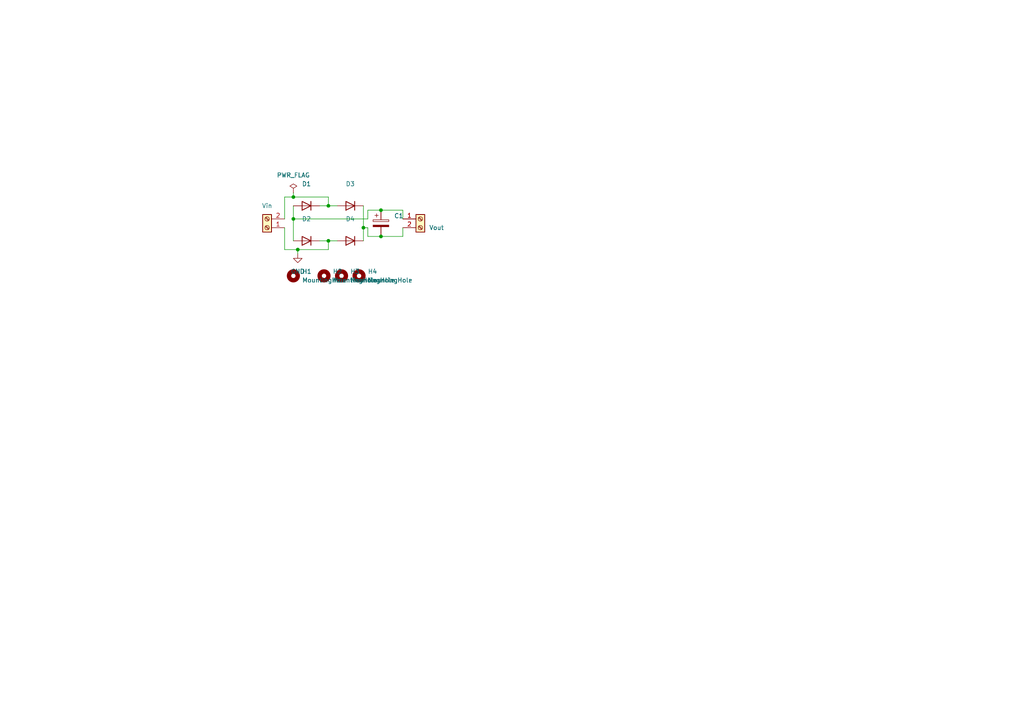
<source format=kicad_sch>
(kicad_sch
	(version 20231120)
	(generator "eeschema")
	(generator_version "8.0")
	(uuid "a45a7677-9373-4ca1-8a9d-918e4145882d")
	(paper "A4")
	(lib_symbols
		(symbol "Connector:Screw_Terminal_01x02"
			(pin_names
				(offset 1.016) hide)
			(exclude_from_sim no)
			(in_bom yes)
			(on_board yes)
			(property "Reference" "J"
				(at 0 2.54 0)
				(effects
					(font
						(size 1.27 1.27)
					)
				)
			)
			(property "Value" "Screw_Terminal_01x02"
				(at 0 -5.08 0)
				(effects
					(font
						(size 1.27 1.27)
					)
				)
			)
			(property "Footprint" ""
				(at 0 0 0)
				(effects
					(font
						(size 1.27 1.27)
					)
					(hide yes)
				)
			)
			(property "Datasheet" "~"
				(at 0 0 0)
				(effects
					(font
						(size 1.27 1.27)
					)
					(hide yes)
				)
			)
			(property "Description" "Generic screw terminal, single row, 01x02, script generated (kicad-library-utils/schlib/autogen/connector/)"
				(at 0 0 0)
				(effects
					(font
						(size 1.27 1.27)
					)
					(hide yes)
				)
			)
			(property "ki_keywords" "screw terminal"
				(at 0 0 0)
				(effects
					(font
						(size 1.27 1.27)
					)
					(hide yes)
				)
			)
			(property "ki_fp_filters" "TerminalBlock*:*"
				(at 0 0 0)
				(effects
					(font
						(size 1.27 1.27)
					)
					(hide yes)
				)
			)
			(symbol "Screw_Terminal_01x02_1_1"
				(rectangle
					(start -1.27 1.27)
					(end 1.27 -3.81)
					(stroke
						(width 0.254)
						(type default)
					)
					(fill
						(type background)
					)
				)
				(circle
					(center 0 -2.54)
					(radius 0.635)
					(stroke
						(width 0.1524)
						(type default)
					)
					(fill
						(type none)
					)
				)
				(polyline
					(pts
						(xy -0.5334 -2.2098) (xy 0.3302 -3.048)
					)
					(stroke
						(width 0.1524)
						(type default)
					)
					(fill
						(type none)
					)
				)
				(polyline
					(pts
						(xy -0.5334 0.3302) (xy 0.3302 -0.508)
					)
					(stroke
						(width 0.1524)
						(type default)
					)
					(fill
						(type none)
					)
				)
				(polyline
					(pts
						(xy -0.3556 -2.032) (xy 0.508 -2.8702)
					)
					(stroke
						(width 0.1524)
						(type default)
					)
					(fill
						(type none)
					)
				)
				(polyline
					(pts
						(xy -0.3556 0.508) (xy 0.508 -0.3302)
					)
					(stroke
						(width 0.1524)
						(type default)
					)
					(fill
						(type none)
					)
				)
				(circle
					(center 0 0)
					(radius 0.635)
					(stroke
						(width 0.1524)
						(type default)
					)
					(fill
						(type none)
					)
				)
				(pin passive line
					(at -5.08 0 0)
					(length 3.81)
					(name "Pin_1"
						(effects
							(font
								(size 1.27 1.27)
							)
						)
					)
					(number "1"
						(effects
							(font
								(size 1.27 1.27)
							)
						)
					)
				)
				(pin passive line
					(at -5.08 -2.54 0)
					(length 3.81)
					(name "Pin_2"
						(effects
							(font
								(size 1.27 1.27)
							)
						)
					)
					(number "2"
						(effects
							(font
								(size 1.27 1.27)
							)
						)
					)
				)
			)
		)
		(symbol "Device:C_Polarized"
			(pin_numbers hide)
			(pin_names
				(offset 0.254)
			)
			(exclude_from_sim no)
			(in_bom yes)
			(on_board yes)
			(property "Reference" "C"
				(at 0.635 2.54 0)
				(effects
					(font
						(size 1.27 1.27)
					)
					(justify left)
				)
			)
			(property "Value" "C_Polarized"
				(at 0.635 -2.54 0)
				(effects
					(font
						(size 1.27 1.27)
					)
					(justify left)
				)
			)
			(property "Footprint" ""
				(at 0.9652 -3.81 0)
				(effects
					(font
						(size 1.27 1.27)
					)
					(hide yes)
				)
			)
			(property "Datasheet" "~"
				(at 0 0 0)
				(effects
					(font
						(size 1.27 1.27)
					)
					(hide yes)
				)
			)
			(property "Description" "Polarized capacitor"
				(at 0 0 0)
				(effects
					(font
						(size 1.27 1.27)
					)
					(hide yes)
				)
			)
			(property "ki_keywords" "cap capacitor"
				(at 0 0 0)
				(effects
					(font
						(size 1.27 1.27)
					)
					(hide yes)
				)
			)
			(property "ki_fp_filters" "CP_*"
				(at 0 0 0)
				(effects
					(font
						(size 1.27 1.27)
					)
					(hide yes)
				)
			)
			(symbol "C_Polarized_0_1"
				(rectangle
					(start -2.286 0.508)
					(end 2.286 1.016)
					(stroke
						(width 0)
						(type default)
					)
					(fill
						(type none)
					)
				)
				(polyline
					(pts
						(xy -1.778 2.286) (xy -0.762 2.286)
					)
					(stroke
						(width 0)
						(type default)
					)
					(fill
						(type none)
					)
				)
				(polyline
					(pts
						(xy -1.27 2.794) (xy -1.27 1.778)
					)
					(stroke
						(width 0)
						(type default)
					)
					(fill
						(type none)
					)
				)
				(rectangle
					(start 2.286 -0.508)
					(end -2.286 -1.016)
					(stroke
						(width 0)
						(type default)
					)
					(fill
						(type outline)
					)
				)
			)
			(symbol "C_Polarized_1_1"
				(pin passive line
					(at 0 3.81 270)
					(length 2.794)
					(name "~"
						(effects
							(font
								(size 1.27 1.27)
							)
						)
					)
					(number "1"
						(effects
							(font
								(size 1.27 1.27)
							)
						)
					)
				)
				(pin passive line
					(at 0 -3.81 90)
					(length 2.794)
					(name "~"
						(effects
							(font
								(size 1.27 1.27)
							)
						)
					)
					(number "2"
						(effects
							(font
								(size 1.27 1.27)
							)
						)
					)
				)
			)
		)
		(symbol "Device:D"
			(pin_numbers hide)
			(pin_names
				(offset 1.016) hide)
			(exclude_from_sim no)
			(in_bom yes)
			(on_board yes)
			(property "Reference" "D"
				(at 0 2.54 0)
				(effects
					(font
						(size 1.27 1.27)
					)
				)
			)
			(property "Value" "D"
				(at 0 -2.54 0)
				(effects
					(font
						(size 1.27 1.27)
					)
				)
			)
			(property "Footprint" ""
				(at 0 0 0)
				(effects
					(font
						(size 1.27 1.27)
					)
					(hide yes)
				)
			)
			(property "Datasheet" "~"
				(at 0 0 0)
				(effects
					(font
						(size 1.27 1.27)
					)
					(hide yes)
				)
			)
			(property "Description" "Diode"
				(at 0 0 0)
				(effects
					(font
						(size 1.27 1.27)
					)
					(hide yes)
				)
			)
			(property "Sim.Device" "D"
				(at 0 0 0)
				(effects
					(font
						(size 1.27 1.27)
					)
					(hide yes)
				)
			)
			(property "Sim.Pins" "1=K 2=A"
				(at 0 0 0)
				(effects
					(font
						(size 1.27 1.27)
					)
					(hide yes)
				)
			)
			(property "ki_keywords" "diode"
				(at 0 0 0)
				(effects
					(font
						(size 1.27 1.27)
					)
					(hide yes)
				)
			)
			(property "ki_fp_filters" "TO-???* *_Diode_* *SingleDiode* D_*"
				(at 0 0 0)
				(effects
					(font
						(size 1.27 1.27)
					)
					(hide yes)
				)
			)
			(symbol "D_0_1"
				(polyline
					(pts
						(xy -1.27 1.27) (xy -1.27 -1.27)
					)
					(stroke
						(width 0.254)
						(type default)
					)
					(fill
						(type none)
					)
				)
				(polyline
					(pts
						(xy 1.27 0) (xy -1.27 0)
					)
					(stroke
						(width 0)
						(type default)
					)
					(fill
						(type none)
					)
				)
				(polyline
					(pts
						(xy 1.27 1.27) (xy 1.27 -1.27) (xy -1.27 0) (xy 1.27 1.27)
					)
					(stroke
						(width 0.254)
						(type default)
					)
					(fill
						(type none)
					)
				)
			)
			(symbol "D_1_1"
				(pin passive line
					(at -3.81 0 0)
					(length 2.54)
					(name "K"
						(effects
							(font
								(size 1.27 1.27)
							)
						)
					)
					(number "1"
						(effects
							(font
								(size 1.27 1.27)
							)
						)
					)
				)
				(pin passive line
					(at 3.81 0 180)
					(length 2.54)
					(name "A"
						(effects
							(font
								(size 1.27 1.27)
							)
						)
					)
					(number "2"
						(effects
							(font
								(size 1.27 1.27)
							)
						)
					)
				)
			)
		)
		(symbol "Mechanical:MountingHole"
			(pin_names
				(offset 1.016)
			)
			(exclude_from_sim yes)
			(in_bom no)
			(on_board yes)
			(property "Reference" "H"
				(at 0 5.08 0)
				(effects
					(font
						(size 1.27 1.27)
					)
				)
			)
			(property "Value" "MountingHole"
				(at 0 3.175 0)
				(effects
					(font
						(size 1.27 1.27)
					)
				)
			)
			(property "Footprint" ""
				(at 0 0 0)
				(effects
					(font
						(size 1.27 1.27)
					)
					(hide yes)
				)
			)
			(property "Datasheet" "~"
				(at 0 0 0)
				(effects
					(font
						(size 1.27 1.27)
					)
					(hide yes)
				)
			)
			(property "Description" "Mounting Hole without connection"
				(at 0 0 0)
				(effects
					(font
						(size 1.27 1.27)
					)
					(hide yes)
				)
			)
			(property "ki_keywords" "mounting hole"
				(at 0 0 0)
				(effects
					(font
						(size 1.27 1.27)
					)
					(hide yes)
				)
			)
			(property "ki_fp_filters" "MountingHole*"
				(at 0 0 0)
				(effects
					(font
						(size 1.27 1.27)
					)
					(hide yes)
				)
			)
			(symbol "MountingHole_0_1"
				(circle
					(center 0 0)
					(radius 1.27)
					(stroke
						(width 1.27)
						(type default)
					)
					(fill
						(type none)
					)
				)
			)
		)
		(symbol "power:GND"
			(power)
			(pin_numbers hide)
			(pin_names
				(offset 0) hide)
			(exclude_from_sim no)
			(in_bom yes)
			(on_board yes)
			(property "Reference" "#PWR"
				(at 0 -6.35 0)
				(effects
					(font
						(size 1.27 1.27)
					)
					(hide yes)
				)
			)
			(property "Value" "GND"
				(at 0 -3.81 0)
				(effects
					(font
						(size 1.27 1.27)
					)
				)
			)
			(property "Footprint" ""
				(at 0 0 0)
				(effects
					(font
						(size 1.27 1.27)
					)
					(hide yes)
				)
			)
			(property "Datasheet" ""
				(at 0 0 0)
				(effects
					(font
						(size 1.27 1.27)
					)
					(hide yes)
				)
			)
			(property "Description" "Power symbol creates a global label with name \"GND\" , ground"
				(at 0 0 0)
				(effects
					(font
						(size 1.27 1.27)
					)
					(hide yes)
				)
			)
			(property "ki_keywords" "global power"
				(at 0 0 0)
				(effects
					(font
						(size 1.27 1.27)
					)
					(hide yes)
				)
			)
			(symbol "GND_0_1"
				(polyline
					(pts
						(xy 0 0) (xy 0 -1.27) (xy 1.27 -1.27) (xy 0 -2.54) (xy -1.27 -1.27) (xy 0 -1.27)
					)
					(stroke
						(width 0)
						(type default)
					)
					(fill
						(type none)
					)
				)
			)
			(symbol "GND_1_1"
				(pin power_in line
					(at 0 0 270)
					(length 0)
					(name "~"
						(effects
							(font
								(size 1.27 1.27)
							)
						)
					)
					(number "1"
						(effects
							(font
								(size 1.27 1.27)
							)
						)
					)
				)
			)
		)
		(symbol "power:PWR_FLAG"
			(power)
			(pin_numbers hide)
			(pin_names
				(offset 0) hide)
			(exclude_from_sim no)
			(in_bom yes)
			(on_board yes)
			(property "Reference" "#FLG"
				(at 0 1.905 0)
				(effects
					(font
						(size 1.27 1.27)
					)
					(hide yes)
				)
			)
			(property "Value" "PWR_FLAG"
				(at 0 3.81 0)
				(effects
					(font
						(size 1.27 1.27)
					)
				)
			)
			(property "Footprint" ""
				(at 0 0 0)
				(effects
					(font
						(size 1.27 1.27)
					)
					(hide yes)
				)
			)
			(property "Datasheet" "~"
				(at 0 0 0)
				(effects
					(font
						(size 1.27 1.27)
					)
					(hide yes)
				)
			)
			(property "Description" "Special symbol for telling ERC where power comes from"
				(at 0 0 0)
				(effects
					(font
						(size 1.27 1.27)
					)
					(hide yes)
				)
			)
			(property "ki_keywords" "flag power"
				(at 0 0 0)
				(effects
					(font
						(size 1.27 1.27)
					)
					(hide yes)
				)
			)
			(symbol "PWR_FLAG_0_0"
				(pin power_out line
					(at 0 0 90)
					(length 0)
					(name "~"
						(effects
							(font
								(size 1.27 1.27)
							)
						)
					)
					(number "1"
						(effects
							(font
								(size 1.27 1.27)
							)
						)
					)
				)
			)
			(symbol "PWR_FLAG_0_1"
				(polyline
					(pts
						(xy 0 0) (xy 0 1.27) (xy -1.016 1.905) (xy 0 2.54) (xy 1.016 1.905) (xy 0 1.27)
					)
					(stroke
						(width 0)
						(type default)
					)
					(fill
						(type none)
					)
				)
			)
		)
	)
	(junction
		(at 110.49 60.96)
		(diameter 0)
		(color 0 0 0 0)
		(uuid "1b7a2253-d0ec-45bf-bfaf-6c3530a73fd9")
	)
	(junction
		(at 110.49 68.58)
		(diameter 0)
		(color 0 0 0 0)
		(uuid "23e94059-7651-4285-a67d-397f9b10593f")
	)
	(junction
		(at 105.41 66.04)
		(diameter 0)
		(color 0 0 0 0)
		(uuid "2b3c5152-9ab1-4e37-bba8-e207c508431e")
	)
	(junction
		(at 95.25 59.69)
		(diameter 0)
		(color 0 0 0 0)
		(uuid "5285013e-356a-43a6-8423-6b9cf0bdbd7f")
	)
	(junction
		(at 85.09 63.5)
		(diameter 0)
		(color 0 0 0 0)
		(uuid "b12b16ae-0db6-4163-ab2c-5adb7f9ec7fc")
	)
	(junction
		(at 85.09 57.15)
		(diameter 0)
		(color 0 0 0 0)
		(uuid "c364faaa-41f7-4330-a1d9-9fc5e1a539eb")
	)
	(junction
		(at 95.25 69.85)
		(diameter 0)
		(color 0 0 0 0)
		(uuid "cd761a02-bf30-4354-8fa7-8c48a974be85")
	)
	(junction
		(at 86.36 72.39)
		(diameter 0)
		(color 0 0 0 0)
		(uuid "e8e7787e-6ce1-4905-9431-e4cbf3d1ca41")
	)
	(wire
		(pts
			(xy 85.09 59.69) (xy 85.09 63.5)
		)
		(stroke
			(width 0)
			(type default)
		)
		(uuid "009b95c8-5a4d-4759-bca3-fd05e56e8028")
	)
	(wire
		(pts
			(xy 82.55 66.04) (xy 82.55 72.39)
		)
		(stroke
			(width 0)
			(type default)
		)
		(uuid "01152015-cee8-4eb7-a06c-fb5c8597c467")
	)
	(wire
		(pts
			(xy 116.84 68.58) (xy 110.49 68.58)
		)
		(stroke
			(width 0)
			(type default)
		)
		(uuid "06ac5081-cf11-49f7-b30b-bf99248fbd53")
	)
	(wire
		(pts
			(xy 95.25 59.69) (xy 97.79 59.69)
		)
		(stroke
			(width 0)
			(type default)
		)
		(uuid "08430a1f-c65d-4e6b-84db-7e594af2d7f9")
	)
	(wire
		(pts
			(xy 86.36 72.39) (xy 95.25 72.39)
		)
		(stroke
			(width 0)
			(type default)
		)
		(uuid "0a8a81d9-a01e-4386-a293-b6509c12ad15")
	)
	(wire
		(pts
			(xy 95.25 57.15) (xy 95.25 59.69)
		)
		(stroke
			(width 0)
			(type default)
		)
		(uuid "0cef9501-85be-42a6-ab16-80800e019d16")
	)
	(wire
		(pts
			(xy 92.71 69.85) (xy 95.25 69.85)
		)
		(stroke
			(width 0)
			(type default)
		)
		(uuid "14278ea7-186b-417d-a932-01961a70139f")
	)
	(wire
		(pts
			(xy 82.55 57.15) (xy 85.09 57.15)
		)
		(stroke
			(width 0)
			(type default)
		)
		(uuid "14bacbc4-d6e1-4a67-95d5-c6d43f13c2db")
	)
	(wire
		(pts
			(xy 110.49 60.96) (xy 106.68 60.96)
		)
		(stroke
			(width 0)
			(type default)
		)
		(uuid "18dc5251-57a2-48e1-9cb4-0f448be1f663")
	)
	(wire
		(pts
			(xy 106.68 68.58) (xy 106.68 66.04)
		)
		(stroke
			(width 0)
			(type default)
		)
		(uuid "19ca1995-ce50-48e1-bf75-7d9657948daf")
	)
	(wire
		(pts
			(xy 110.49 68.58) (xy 106.68 68.58)
		)
		(stroke
			(width 0)
			(type default)
		)
		(uuid "2708d413-9282-4ae4-9863-c7e76681aa87")
	)
	(wire
		(pts
			(xy 105.41 59.69) (xy 105.41 66.04)
		)
		(stroke
			(width 0)
			(type default)
		)
		(uuid "2e2b46f8-2568-497e-8301-27d56145ebe9")
	)
	(wire
		(pts
			(xy 116.84 66.04) (xy 116.84 68.58)
		)
		(stroke
			(width 0)
			(type default)
		)
		(uuid "316c60bf-c699-43b4-8d69-a8405ec55b52")
	)
	(wire
		(pts
			(xy 85.09 63.5) (xy 85.09 69.85)
		)
		(stroke
			(width 0)
			(type default)
		)
		(uuid "52b1f6d1-50f6-44ca-b29c-b3b3d8ab0276")
	)
	(wire
		(pts
			(xy 106.68 60.96) (xy 106.68 63.5)
		)
		(stroke
			(width 0)
			(type default)
		)
		(uuid "5ec97ab5-1238-46c3-a7ac-dccd6242d83d")
	)
	(wire
		(pts
			(xy 110.49 60.96) (xy 116.84 60.96)
		)
		(stroke
			(width 0)
			(type default)
		)
		(uuid "63d1911f-5687-443a-9a40-ccab6cdb3414")
	)
	(wire
		(pts
			(xy 82.55 63.5) (xy 82.55 57.15)
		)
		(stroke
			(width 0)
			(type default)
		)
		(uuid "6700e3e9-8f9b-4059-8e60-86229d0bbeb8")
	)
	(wire
		(pts
			(xy 85.09 57.15) (xy 95.25 57.15)
		)
		(stroke
			(width 0)
			(type default)
		)
		(uuid "69ea53a8-fca5-4625-99dd-c5ff6f8a3213")
	)
	(wire
		(pts
			(xy 82.55 72.39) (xy 86.36 72.39)
		)
		(stroke
			(width 0)
			(type default)
		)
		(uuid "7a9fe12c-5355-49c5-b6e6-7f514b7e1c35")
	)
	(wire
		(pts
			(xy 106.68 66.04) (xy 105.41 66.04)
		)
		(stroke
			(width 0)
			(type default)
		)
		(uuid "80ccb1d2-4259-4b31-9910-8b63900b3d97")
	)
	(wire
		(pts
			(xy 95.25 69.85) (xy 97.79 69.85)
		)
		(stroke
			(width 0)
			(type default)
		)
		(uuid "91c94c5a-6d3b-40a3-9a16-9265ca9f6fb7")
	)
	(wire
		(pts
			(xy 92.71 59.69) (xy 95.25 59.69)
		)
		(stroke
			(width 0)
			(type default)
		)
		(uuid "b11d855b-7c56-427f-8fb5-e6eda641ed47")
	)
	(wire
		(pts
			(xy 106.68 63.5) (xy 85.09 63.5)
		)
		(stroke
			(width 0)
			(type default)
		)
		(uuid "b181ed19-28a9-43a7-bdcb-c963e36b2542")
	)
	(wire
		(pts
			(xy 95.25 72.39) (xy 95.25 69.85)
		)
		(stroke
			(width 0)
			(type default)
		)
		(uuid "b2f306ee-d1f3-45de-b96a-416856eda0aa")
	)
	(wire
		(pts
			(xy 105.41 66.04) (xy 105.41 69.85)
		)
		(stroke
			(width 0)
			(type default)
		)
		(uuid "ceddb3c0-3fb9-42ce-8488-abc3f64de9fb")
	)
	(wire
		(pts
			(xy 86.36 72.39) (xy 86.36 73.66)
		)
		(stroke
			(width 0)
			(type default)
		)
		(uuid "cf4fcea3-76b4-4d92-9142-1d7e9774392f")
	)
	(wire
		(pts
			(xy 85.09 55.88) (xy 85.09 57.15)
		)
		(stroke
			(width 0)
			(type default)
		)
		(uuid "d59ddae0-a742-4733-83f3-8b52d97718b6")
	)
	(wire
		(pts
			(xy 116.84 63.5) (xy 116.84 60.96)
		)
		(stroke
			(width 0)
			(type default)
		)
		(uuid "d9c7624f-6147-4188-84bd-1cbaa7d54e37")
	)
	(symbol
		(lib_id "Device:C_Polarized")
		(at 110.49 64.77 0)
		(unit 1)
		(exclude_from_sim no)
		(in_bom yes)
		(on_board yes)
		(dnp no)
		(fields_autoplaced yes)
		(uuid "2387467e-5fa7-482c-a43e-3f62b15a64bc")
		(property "Reference" "C1"
			(at 114.3 62.6109 0)
			(effects
				(font
					(size 1.27 1.27)
				)
				(justify left)
			)
		)
		(property "Value" "C_Polarized"
			(at 114.3 65.1509 0)
			(effects
				(font
					(size 1.27 1.27)
				)
				(justify left)
				(hide yes)
			)
		)
		(property "Footprint" "Capacitor_THT:CP_Radial_D10.0mm_P7.50mm"
			(at 111.4552 68.58 0)
			(effects
				(font
					(size 1.27 1.27)
				)
				(hide yes)
			)
		)
		(property "Datasheet" "~"
			(at 110.49 64.77 0)
			(effects
				(font
					(size 1.27 1.27)
				)
				(hide yes)
			)
		)
		(property "Description" "Polarized capacitor"
			(at 110.49 64.77 0)
			(effects
				(font
					(size 1.27 1.27)
				)
				(hide yes)
			)
		)
		(pin "2"
			(uuid "897da33f-2525-480f-938b-352b26c2baff")
		)
		(pin "1"
			(uuid "e153dbd1-86cd-4a68-a823-12995b481430")
		)
		(instances
			(project ""
				(path "/a45a7677-9373-4ca1-8a9d-918e4145882d"
					(reference "C1")
					(unit 1)
				)
			)
		)
	)
	(symbol
		(lib_id "Device:D")
		(at 101.6 69.85 180)
		(unit 1)
		(exclude_from_sim no)
		(in_bom yes)
		(on_board yes)
		(dnp no)
		(fields_autoplaced yes)
		(uuid "28f3d33b-7ba7-4224-a5cc-e3add24e9e49")
		(property "Reference" "D4"
			(at 101.6 63.5 0)
			(effects
				(font
					(size 1.27 1.27)
				)
			)
		)
		(property "Value" "D"
			(at 101.6 66.04 0)
			(effects
				(font
					(size 1.27 1.27)
				)
				(hide yes)
			)
		)
		(property "Footprint" "Diode_THT:D_5W_P12.70mm_Horizontal"
			(at 101.6 69.85 0)
			(effects
				(font
					(size 1.27 1.27)
				)
				(hide yes)
			)
		)
		(property "Datasheet" "~"
			(at 101.6 69.85 0)
			(effects
				(font
					(size 1.27 1.27)
				)
				(hide yes)
			)
		)
		(property "Description" "Diode"
			(at 101.6 69.85 0)
			(effects
				(font
					(size 1.27 1.27)
				)
				(hide yes)
			)
		)
		(property "Sim.Device" "D"
			(at 101.6 69.85 0)
			(effects
				(font
					(size 1.27 1.27)
				)
				(hide yes)
			)
		)
		(property "Sim.Pins" "1=K 2=A"
			(at 101.6 69.85 0)
			(effects
				(font
					(size 1.27 1.27)
				)
				(hide yes)
			)
		)
		(pin "1"
			(uuid "9d33f4fc-ad7b-4f5d-9156-ace003986030")
		)
		(pin "2"
			(uuid "46a627ce-2912-48c5-a621-449139fd2d85")
		)
		(instances
			(project "full wave bridge retifier"
				(path "/a45a7677-9373-4ca1-8a9d-918e4145882d"
					(reference "D4")
					(unit 1)
				)
			)
		)
	)
	(symbol
		(lib_id "power:GND")
		(at 86.36 73.66 0)
		(unit 1)
		(exclude_from_sim no)
		(in_bom yes)
		(on_board yes)
		(dnp no)
		(fields_autoplaced yes)
		(uuid "2ca1e97e-eb07-489e-b51c-fea5e2ad6c04")
		(property "Reference" "#PWR01"
			(at 86.36 80.01 0)
			(effects
				(font
					(size 1.27 1.27)
				)
				(hide yes)
			)
		)
		(property "Value" "GND"
			(at 86.36 78.74 0)
			(effects
				(font
					(size 1.27 1.27)
				)
			)
		)
		(property "Footprint" ""
			(at 86.36 73.66 0)
			(effects
				(font
					(size 1.27 1.27)
				)
				(hide yes)
			)
		)
		(property "Datasheet" ""
			(at 86.36 73.66 0)
			(effects
				(font
					(size 1.27 1.27)
				)
				(hide yes)
			)
		)
		(property "Description" "Power symbol creates a global label with name \"GND\" , ground"
			(at 86.36 73.66 0)
			(effects
				(font
					(size 1.27 1.27)
				)
				(hide yes)
			)
		)
		(pin "1"
			(uuid "b7576b27-b145-474a-986e-41467e4cd23b")
		)
		(instances
			(project ""
				(path "/a45a7677-9373-4ca1-8a9d-918e4145882d"
					(reference "#PWR01")
					(unit 1)
				)
			)
		)
	)
	(symbol
		(lib_id "Device:D")
		(at 88.9 69.85 180)
		(unit 1)
		(exclude_from_sim no)
		(in_bom yes)
		(on_board yes)
		(dnp no)
		(fields_autoplaced yes)
		(uuid "332c25f0-7c9e-48bb-b409-41b38e8c8bbe")
		(property "Reference" "D2"
			(at 88.9 63.5 0)
			(effects
				(font
					(size 1.27 1.27)
				)
			)
		)
		(property "Value" "D"
			(at 88.9 66.04 0)
			(effects
				(font
					(size 1.27 1.27)
				)
				(hide yes)
			)
		)
		(property "Footprint" "Diode_THT:D_5W_P12.70mm_Horizontal"
			(at 88.9 69.85 0)
			(effects
				(font
					(size 1.27 1.27)
				)
				(hide yes)
			)
		)
		(property "Datasheet" "~"
			(at 88.9 69.85 0)
			(effects
				(font
					(size 1.27 1.27)
				)
				(hide yes)
			)
		)
		(property "Description" "Diode"
			(at 88.9 69.85 0)
			(effects
				(font
					(size 1.27 1.27)
				)
				(hide yes)
			)
		)
		(property "Sim.Device" "D"
			(at 88.9 69.85 0)
			(effects
				(font
					(size 1.27 1.27)
				)
				(hide yes)
			)
		)
		(property "Sim.Pins" "1=K 2=A"
			(at 88.9 69.85 0)
			(effects
				(font
					(size 1.27 1.27)
				)
				(hide yes)
			)
		)
		(pin "1"
			(uuid "ed4d05e9-650f-4f85-8f47-093cff01e8a8")
		)
		(pin "2"
			(uuid "54ee2feb-ba88-4069-a70d-06d4969bad0e")
		)
		(instances
			(project ""
				(path "/a45a7677-9373-4ca1-8a9d-918e4145882d"
					(reference "D2")
					(unit 1)
				)
			)
		)
	)
	(symbol
		(lib_id "Connector:Screw_Terminal_01x02")
		(at 121.92 63.5 0)
		(unit 1)
		(exclude_from_sim no)
		(in_bom yes)
		(on_board yes)
		(dnp no)
		(fields_autoplaced yes)
		(uuid "44d07bf3-ce8b-4a1a-8f2c-4f12a7df02e7")
		(property "Reference" "J2"
			(at 124.46 63.4999 0)
			(effects
				(font
					(size 1.27 1.27)
				)
				(justify left)
				(hide yes)
			)
		)
		(property "Value" "Vout"
			(at 124.46 66.0399 0)
			(effects
				(font
					(size 1.27 1.27)
				)
				(justify left)
			)
		)
		(property "Footprint" "TerminalBlock:TerminalBlock_bornier-2_P5.08mm"
			(at 121.92 63.5 0)
			(effects
				(font
					(size 1.27 1.27)
				)
				(hide yes)
			)
		)
		(property "Datasheet" "~"
			(at 121.92 63.5 0)
			(effects
				(font
					(size 1.27 1.27)
				)
				(hide yes)
			)
		)
		(property "Description" "Generic screw terminal, single row, 01x02, script generated (kicad-library-utils/schlib/autogen/connector/)"
			(at 121.92 63.5 0)
			(effects
				(font
					(size 1.27 1.27)
				)
				(hide yes)
			)
		)
		(pin "1"
			(uuid "2e20b75a-8e0f-4e8b-b418-532d06206d68")
		)
		(pin "2"
			(uuid "8a5d5a65-5d2e-47f6-b6d0-2a3fb7fdf671")
		)
		(instances
			(project "full wave bridge retifier"
				(path "/a45a7677-9373-4ca1-8a9d-918e4145882d"
					(reference "J2")
					(unit 1)
				)
			)
		)
	)
	(symbol
		(lib_id "Mechanical:MountingHole")
		(at 85.09 80.01 0)
		(unit 1)
		(exclude_from_sim yes)
		(in_bom no)
		(on_board yes)
		(dnp no)
		(fields_autoplaced yes)
		(uuid "4b3e0a9f-efc5-4472-af63-46cf9ce25c6b")
		(property "Reference" "H1"
			(at 87.63 78.7399 0)
			(effects
				(font
					(size 1.27 1.27)
				)
				(justify left)
			)
		)
		(property "Value" "MountingHole"
			(at 87.63 81.2799 0)
			(effects
				(font
					(size 1.27 1.27)
				)
				(justify left)
			)
		)
		(property "Footprint" "MountingHole:MountingHole_2.1mm"
			(at 85.09 80.01 0)
			(effects
				(font
					(size 1.27 1.27)
				)
				(hide yes)
			)
		)
		(property "Datasheet" "~"
			(at 85.09 80.01 0)
			(effects
				(font
					(size 1.27 1.27)
				)
				(hide yes)
			)
		)
		(property "Description" "Mounting Hole without connection"
			(at 85.09 80.01 0)
			(effects
				(font
					(size 1.27 1.27)
				)
				(hide yes)
			)
		)
		(instances
			(project ""
				(path "/a45a7677-9373-4ca1-8a9d-918e4145882d"
					(reference "H1")
					(unit 1)
				)
			)
		)
	)
	(symbol
		(lib_id "power:PWR_FLAG")
		(at 85.09 55.88 0)
		(unit 1)
		(exclude_from_sim no)
		(in_bom yes)
		(on_board yes)
		(dnp no)
		(fields_autoplaced yes)
		(uuid "5977fd30-2755-4459-87e6-89d7a067c751")
		(property "Reference" "#FLG01"
			(at 85.09 53.975 0)
			(effects
				(font
					(size 1.27 1.27)
				)
				(hide yes)
			)
		)
		(property "Value" "PWR_FLAG"
			(at 85.09 50.8 0)
			(effects
				(font
					(size 1.27 1.27)
				)
			)
		)
		(property "Footprint" ""
			(at 85.09 55.88 0)
			(effects
				(font
					(size 1.27 1.27)
				)
				(hide yes)
			)
		)
		(property "Datasheet" "~"
			(at 85.09 55.88 0)
			(effects
				(font
					(size 1.27 1.27)
				)
				(hide yes)
			)
		)
		(property "Description" "Special symbol for telling ERC where power comes from"
			(at 85.09 55.88 0)
			(effects
				(font
					(size 1.27 1.27)
				)
				(hide yes)
			)
		)
		(pin "1"
			(uuid "cbaa007c-4dcf-4a7d-9295-6d20bf9ac33b")
		)
		(instances
			(project ""
				(path "/a45a7677-9373-4ca1-8a9d-918e4145882d"
					(reference "#FLG01")
					(unit 1)
				)
			)
		)
	)
	(symbol
		(lib_id "Mechanical:MountingHole")
		(at 93.98 80.01 0)
		(unit 1)
		(exclude_from_sim yes)
		(in_bom no)
		(on_board yes)
		(dnp no)
		(fields_autoplaced yes)
		(uuid "6df1882a-aa17-48db-b3dd-e16f141968ca")
		(property "Reference" "H2"
			(at 96.52 78.7399 0)
			(effects
				(font
					(size 1.27 1.27)
				)
				(justify left)
			)
		)
		(property "Value" "MountingHole"
			(at 96.52 81.2799 0)
			(effects
				(font
					(size 1.27 1.27)
				)
				(justify left)
			)
		)
		(property "Footprint" "MountingHole:MountingHole_2.1mm"
			(at 93.98 80.01 0)
			(effects
				(font
					(size 1.27 1.27)
				)
				(hide yes)
			)
		)
		(property "Datasheet" "~"
			(at 93.98 80.01 0)
			(effects
				(font
					(size 1.27 1.27)
				)
				(hide yes)
			)
		)
		(property "Description" "Mounting Hole without connection"
			(at 93.98 80.01 0)
			(effects
				(font
					(size 1.27 1.27)
				)
				(hide yes)
			)
		)
		(instances
			(project "full wave bridge retifier"
				(path "/a45a7677-9373-4ca1-8a9d-918e4145882d"
					(reference "H2")
					(unit 1)
				)
			)
		)
	)
	(symbol
		(lib_id "Connector:Screw_Terminal_01x02")
		(at 77.47 66.04 180)
		(unit 1)
		(exclude_from_sim no)
		(in_bom yes)
		(on_board yes)
		(dnp no)
		(fields_autoplaced yes)
		(uuid "73f26734-944b-4db5-94b5-ce008ef0c41b")
		(property "Reference" "J1"
			(at 77.47 57.15 0)
			(effects
				(font
					(size 1.27 1.27)
				)
				(hide yes)
			)
		)
		(property "Value" "Vin"
			(at 77.47 59.69 0)
			(effects
				(font
					(size 1.27 1.27)
				)
			)
		)
		(property "Footprint" "TerminalBlock:TerminalBlock_bornier-2_P5.08mm"
			(at 77.47 66.04 0)
			(effects
				(font
					(size 1.27 1.27)
				)
				(hide yes)
			)
		)
		(property "Datasheet" "~"
			(at 77.47 66.04 0)
			(effects
				(font
					(size 1.27 1.27)
				)
				(hide yes)
			)
		)
		(property "Description" "Generic screw terminal, single row, 01x02, script generated (kicad-library-utils/schlib/autogen/connector/)"
			(at 77.47 66.04 0)
			(effects
				(font
					(size 1.27 1.27)
				)
				(hide yes)
			)
		)
		(pin "1"
			(uuid "1e1d8898-0dba-4165-b8e1-39516af86520")
		)
		(pin "2"
			(uuid "28887542-282e-4c84-a706-e74b981e2002")
		)
		(instances
			(project ""
				(path "/a45a7677-9373-4ca1-8a9d-918e4145882d"
					(reference "J1")
					(unit 1)
				)
			)
		)
	)
	(symbol
		(lib_id "Mechanical:MountingHole")
		(at 104.14 80.01 0)
		(unit 1)
		(exclude_from_sim yes)
		(in_bom no)
		(on_board yes)
		(dnp no)
		(fields_autoplaced yes)
		(uuid "9eb58cad-3bfd-42fe-96a0-85e21af5f3ba")
		(property "Reference" "H4"
			(at 106.68 78.7399 0)
			(effects
				(font
					(size 1.27 1.27)
				)
				(justify left)
			)
		)
		(property "Value" "MountingHole"
			(at 106.68 81.2799 0)
			(effects
				(font
					(size 1.27 1.27)
				)
				(justify left)
			)
		)
		(property "Footprint" "MountingHole:MountingHole_2.1mm"
			(at 104.14 80.01 0)
			(effects
				(font
					(size 1.27 1.27)
				)
				(hide yes)
			)
		)
		(property "Datasheet" "~"
			(at 104.14 80.01 0)
			(effects
				(font
					(size 1.27 1.27)
				)
				(hide yes)
			)
		)
		(property "Description" "Mounting Hole without connection"
			(at 104.14 80.01 0)
			(effects
				(font
					(size 1.27 1.27)
				)
				(hide yes)
			)
		)
		(instances
			(project "full wave bridge retifier"
				(path "/a45a7677-9373-4ca1-8a9d-918e4145882d"
					(reference "H4")
					(unit 1)
				)
			)
		)
	)
	(symbol
		(lib_id "Mechanical:MountingHole")
		(at 99.06 80.01 0)
		(unit 1)
		(exclude_from_sim yes)
		(in_bom no)
		(on_board yes)
		(dnp no)
		(fields_autoplaced yes)
		(uuid "cf308aac-b842-47ca-ab64-6ba89c356d56")
		(property "Reference" "H3"
			(at 101.6 78.7399 0)
			(effects
				(font
					(size 1.27 1.27)
				)
				(justify left)
			)
		)
		(property "Value" "MountingHole"
			(at 101.6 81.2799 0)
			(effects
				(font
					(size 1.27 1.27)
				)
				(justify left)
			)
		)
		(property "Footprint" "MountingHole:MountingHole_2.1mm"
			(at 99.06 80.01 0)
			(effects
				(font
					(size 1.27 1.27)
				)
				(hide yes)
			)
		)
		(property "Datasheet" "~"
			(at 99.06 80.01 0)
			(effects
				(font
					(size 1.27 1.27)
				)
				(hide yes)
			)
		)
		(property "Description" "Mounting Hole without connection"
			(at 99.06 80.01 0)
			(effects
				(font
					(size 1.27 1.27)
				)
				(hide yes)
			)
		)
		(instances
			(project "full wave bridge retifier"
				(path "/a45a7677-9373-4ca1-8a9d-918e4145882d"
					(reference "H3")
					(unit 1)
				)
			)
		)
	)
	(symbol
		(lib_id "Device:D")
		(at 101.6 59.69 180)
		(unit 1)
		(exclude_from_sim no)
		(in_bom yes)
		(on_board yes)
		(dnp no)
		(fields_autoplaced yes)
		(uuid "d02b61e8-1281-4015-ab34-155373c84c47")
		(property "Reference" "D3"
			(at 101.6 53.34 0)
			(effects
				(font
					(size 1.27 1.27)
				)
			)
		)
		(property "Value" "D"
			(at 101.6 55.88 0)
			(effects
				(font
					(size 1.27 1.27)
				)
				(hide yes)
			)
		)
		(property "Footprint" "Diode_THT:D_5W_P12.70mm_Horizontal"
			(at 101.6 59.69 0)
			(effects
				(font
					(size 1.27 1.27)
				)
				(hide yes)
			)
		)
		(property "Datasheet" "~"
			(at 101.6 59.69 0)
			(effects
				(font
					(size 1.27 1.27)
				)
				(hide yes)
			)
		)
		(property "Description" "Diode"
			(at 101.6 59.69 0)
			(effects
				(font
					(size 1.27 1.27)
				)
				(hide yes)
			)
		)
		(property "Sim.Device" "D"
			(at 101.6 59.69 0)
			(effects
				(font
					(size 1.27 1.27)
				)
				(hide yes)
			)
		)
		(property "Sim.Pins" "1=K 2=A"
			(at 101.6 59.69 0)
			(effects
				(font
					(size 1.27 1.27)
				)
				(hide yes)
			)
		)
		(pin "1"
			(uuid "f972e2ca-2c7d-4c57-b311-3ab5d7aade63")
		)
		(pin "2"
			(uuid "71a7ab2c-ca2c-44f2-9255-0d574a930ec8")
		)
		(instances
			(project "full wave bridge retifier"
				(path "/a45a7677-9373-4ca1-8a9d-918e4145882d"
					(reference "D3")
					(unit 1)
				)
			)
		)
	)
	(symbol
		(lib_id "Device:D")
		(at 88.9 59.69 180)
		(unit 1)
		(exclude_from_sim no)
		(in_bom yes)
		(on_board yes)
		(dnp no)
		(fields_autoplaced yes)
		(uuid "f5b3d78e-55b6-415a-adaf-769c2a5d48f0")
		(property "Reference" "D1"
			(at 88.9 53.34 0)
			(effects
				(font
					(size 1.27 1.27)
				)
			)
		)
		(property "Value" "D"
			(at 88.9 55.88 0)
			(effects
				(font
					(size 1.27 1.27)
				)
				(hide yes)
			)
		)
		(property "Footprint" "Diode_THT:D_5W_P12.70mm_Horizontal"
			(at 88.9 59.69 0)
			(effects
				(font
					(size 1.27 1.27)
				)
				(hide yes)
			)
		)
		(property "Datasheet" "~"
			(at 88.9 59.69 0)
			(effects
				(font
					(size 1.27 1.27)
				)
				(hide yes)
			)
		)
		(property "Description" "Diode"
			(at 88.9 59.69 0)
			(effects
				(font
					(size 1.27 1.27)
				)
				(hide yes)
			)
		)
		(property "Sim.Device" "D"
			(at 88.9 59.69 0)
			(effects
				(font
					(size 1.27 1.27)
				)
				(hide yes)
			)
		)
		(property "Sim.Pins" "1=K 2=A"
			(at 88.9 59.69 0)
			(effects
				(font
					(size 1.27 1.27)
				)
				(hide yes)
			)
		)
		(pin "1"
			(uuid "6ce68ca4-9fc4-4e1a-ae16-c1bdb7ed5740")
		)
		(pin "2"
			(uuid "2715a519-bf81-41eb-bbb1-5bf933adccdd")
		)
		(instances
			(project ""
				(path "/a45a7677-9373-4ca1-8a9d-918e4145882d"
					(reference "D1")
					(unit 1)
				)
			)
		)
	)
	(sheet_instances
		(path "/"
			(page "1")
		)
	)
)

</source>
